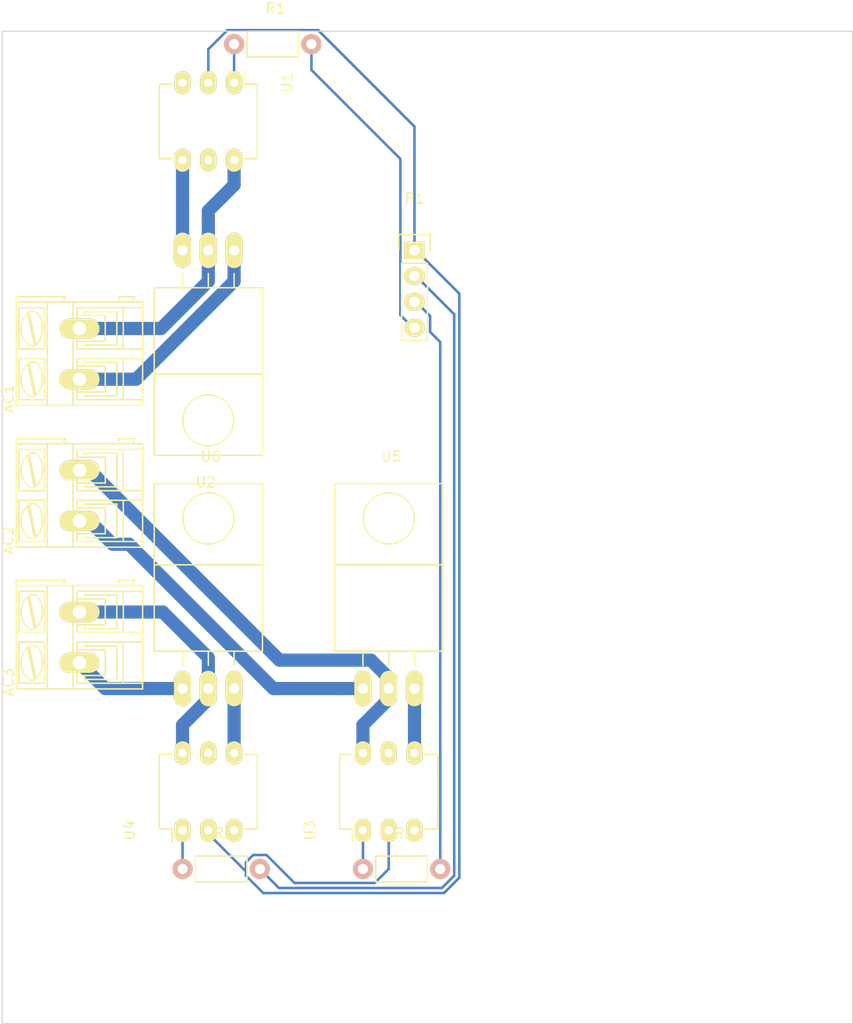
<source format=kicad_pcb>
(kicad_pcb (version 4) (host pcbnew 4.0.2-4+6225~38~ubuntu15.10.1-stable)

  (general
    (links 21)
    (no_connects 0)
    (area 191.95 31.60488 276.910001 133.400001)
    (thickness 1.6)
    (drawings 4)
    (tracks 80)
    (zones 0)
    (modules 13)
    (nets 17)
  )

  (page A4)
  (layers
    (0 F.Cu signal)
    (31 B.Cu signal)
    (32 B.Adhes user)
    (33 F.Adhes user)
    (34 B.Paste user)
    (35 F.Paste user)
    (36 B.SilkS user)
    (37 F.SilkS user)
    (38 B.Mask user)
    (39 F.Mask user)
    (40 Dwgs.User user)
    (41 Cmts.User user)
    (42 Eco1.User user)
    (43 Eco2.User user)
    (44 Edge.Cuts user)
    (45 Margin user)
    (46 B.CrtYd user)
    (47 F.CrtYd user)
    (48 B.Fab user)
    (49 F.Fab user)
  )

  (setup
    (last_trace_width 0.25)
    (user_trace_width 0.25)
    (user_trace_width 1.3)
    (user_trace_width 10)
    (trace_clearance 0.25)
    (zone_clearance 0.508)
    (zone_45_only no)
    (trace_min 0.25)
    (segment_width 0.2)
    (edge_width 0.1)
    (via_size 0.6)
    (via_drill 0.4)
    (via_min_size 0.4)
    (via_min_drill 0.3)
    (uvia_size 0.3)
    (uvia_drill 0.1)
    (uvias_allowed no)
    (uvia_min_size 0.2)
    (uvia_min_drill 0.1)
    (pcb_text_width 0.3)
    (pcb_text_size 1.5 1.5)
    (mod_edge_width 0.15)
    (mod_text_size 1 1)
    (mod_text_width 0.15)
    (pad_size 1.5 1.5)
    (pad_drill 0.6)
    (pad_to_mask_clearance 0)
    (aux_axis_origin 0 0)
    (visible_elements FFFFFF7F)
    (pcbplotparams
      (layerselection 0x00030_80000001)
      (usegerberextensions false)
      (excludeedgelayer true)
      (linewidth 0.100000)
      (plotframeref false)
      (viasonmask false)
      (mode 1)
      (useauxorigin false)
      (hpglpennumber 1)
      (hpglpenspeed 20)
      (hpglpendiameter 15)
      (hpglpenoverlay 2)
      (psnegative false)
      (psa4output false)
      (plotreference true)
      (plotvalue true)
      (plotinvisibletext false)
      (padsonsilk false)
      (subtractmaskfromsilk false)
      (outputformat 1)
      (mirror false)
      (drillshape 1)
      (scaleselection 1)
      (outputdirectory ""))
  )

  (net 0 "")
  (net 1 "Net-(AC1-Pad1)")
  (net 2 "Net-(AC1-Pad2)")
  (net 3 "Net-(AC2-Pad1)")
  (net 4 "Net-(AC2-Pad2)")
  (net 5 "Net-(AC3-Pad1)")
  (net 6 "Net-(AC3-Pad2)")
  (net 7 "Net-(P1-Pad1)")
  (net 8 "Net-(P1-Pad2)")
  (net 9 "Net-(P1-Pad3)")
  (net 10 "Net-(P1-Pad4)")
  (net 11 "Net-(R1-Pad1)")
  (net 12 "Net-(R2-Pad1)")
  (net 13 "Net-(R3-Pad1)")
  (net 14 "Net-(U1-Pad4)")
  (net 15 "Net-(U3-Pad4)")
  (net 16 "Net-(U4-Pad4)")

  (net_class Default "This is the default net class."
    (clearance 0.25)
    (trace_width 0.25)
    (via_dia 0.6)
    (via_drill 0.4)
    (uvia_dia 0.3)
    (uvia_drill 0.1)
    (add_net "Net-(P1-Pad1)")
    (add_net "Net-(P1-Pad2)")
    (add_net "Net-(P1-Pad3)")
    (add_net "Net-(P1-Pad4)")
    (add_net "Net-(R1-Pad1)")
    (add_net "Net-(R2-Pad1)")
    (add_net "Net-(R3-Pad1)")
    (add_net "Net-(U1-Pad4)")
    (add_net "Net-(U3-Pad4)")
    (add_net "Net-(U4-Pad4)")
  )

  (net_class BUS ""
    (clearance 0.8)
    (trace_width 10)
    (via_dia 0.6)
    (via_drill 0.4)
    (uvia_dia 0.3)
    (uvia_drill 0.1)
  )

  (net_class Channel ""
    (clearance 0.4)
    (trace_width 1.3)
    (via_dia 0.6)
    (via_drill 0.4)
    (uvia_dia 0.3)
    (uvia_drill 0.1)
    (add_net "Net-(AC1-Pad1)")
    (add_net "Net-(AC1-Pad2)")
    (add_net "Net-(AC2-Pad1)")
    (add_net "Net-(AC2-Pad2)")
    (add_net "Net-(AC3-Pad1)")
    (add_net "Net-(AC3-Pad2)")
  )

  (module Resistors_ThroughHole:Resistor_Horizontal_RM7mm placed (layer F.Cu) (tedit 569FCF07) (tstamp 56C8DBEC)
    (at 228.6 118.11)
    (descr "Resistor, Axial,  RM 7.62mm, 1/3W,")
    (tags "Resistor Axial RM 7.62mm 1/3W R3")
    (path /56C8EC18)
    (fp_text reference R2 (at 4.05892 -3.50012) (layer F.SilkS)
      (effects (font (size 1 1) (thickness 0.15)))
    )
    (fp_text value 330R (at 3.81 3.81) (layer F.Fab)
      (effects (font (size 1 1) (thickness 0.15)))
    )
    (fp_line (start -1.25 -1.5) (end 8.85 -1.5) (layer F.CrtYd) (width 0.05))
    (fp_line (start -1.25 1.5) (end -1.25 -1.5) (layer F.CrtYd) (width 0.05))
    (fp_line (start 8.85 -1.5) (end 8.85 1.5) (layer F.CrtYd) (width 0.05))
    (fp_line (start -1.25 1.5) (end 8.85 1.5) (layer F.CrtYd) (width 0.05))
    (fp_line (start 1.27 -1.27) (end 6.35 -1.27) (layer F.SilkS) (width 0.15))
    (fp_line (start 6.35 -1.27) (end 6.35 1.27) (layer F.SilkS) (width 0.15))
    (fp_line (start 6.35 1.27) (end 1.27 1.27) (layer F.SilkS) (width 0.15))
    (fp_line (start 1.27 1.27) (end 1.27 -1.27) (layer F.SilkS) (width 0.15))
    (pad 1 thru_hole circle (at 0 0) (size 1.99898 1.99898) (drill 1.00076) (layers *.Cu *.SilkS *.Mask)
      (net 12 "Net-(R2-Pad1)"))
    (pad 2 thru_hole circle (at 7.62 0) (size 1.99898 1.99898) (drill 1.00076) (layers *.Cu *.SilkS *.Mask)
      (net 9 "Net-(P1-Pad3)"))
  )

  (module Housings_DIP:DIP-6_W7.62mm_LongPads placed (layer F.Cu) (tedit 54130A77) (tstamp 56C8DC0E)
    (at 228.6 114.3 90)
    (descr "6-lead dip package, row spacing 7.62 mm (300 mils), longer pads")
    (tags "dil dip 2.54 300")
    (path /56C8EC0C)
    (fp_text reference U3 (at 0 -5.22 90) (layer F.SilkS)
      (effects (font (size 1 1) (thickness 0.15)))
    )
    (fp_text value MOC3023M (at 0 -3.72 90) (layer F.Fab)
      (effects (font (size 1 1) (thickness 0.15)))
    )
    (fp_line (start -1.4 -2.45) (end -1.4 7.55) (layer F.CrtYd) (width 0.05))
    (fp_line (start 9 -2.45) (end 9 7.55) (layer F.CrtYd) (width 0.05))
    (fp_line (start -1.4 -2.45) (end 9 -2.45) (layer F.CrtYd) (width 0.05))
    (fp_line (start -1.4 7.55) (end 9 7.55) (layer F.CrtYd) (width 0.05))
    (fp_line (start 0.135 -2.295) (end 0.135 -1.025) (layer F.SilkS) (width 0.15))
    (fp_line (start 7.485 -2.295) (end 7.485 -1.025) (layer F.SilkS) (width 0.15))
    (fp_line (start 7.485 7.375) (end 7.485 6.105) (layer F.SilkS) (width 0.15))
    (fp_line (start 0.135 7.375) (end 0.135 6.105) (layer F.SilkS) (width 0.15))
    (fp_line (start 0.135 -2.295) (end 7.485 -2.295) (layer F.SilkS) (width 0.15))
    (fp_line (start 0.135 7.375) (end 7.485 7.375) (layer F.SilkS) (width 0.15))
    (fp_line (start 0.135 -1.025) (end -1.15 -1.025) (layer F.SilkS) (width 0.15))
    (pad 1 thru_hole oval (at 0 0 90) (size 2.3 1.6) (drill 0.8) (layers *.Cu *.Mask F.SilkS)
      (net 12 "Net-(R2-Pad1)"))
    (pad 2 thru_hole oval (at 0 2.54 90) (size 2.3 1.6) (drill 0.8) (layers *.Cu *.Mask F.SilkS)
      (net 7 "Net-(P1-Pad1)"))
    (pad 3 thru_hole oval (at 0 5.08 90) (size 2.3 1.6) (drill 0.8) (layers *.Cu *.Mask F.SilkS))
    (pad 4 thru_hole oval (at 7.62 5.08 90) (size 2.3 1.6) (drill 0.8) (layers *.Cu *.Mask F.SilkS)
      (net 15 "Net-(U3-Pad4)"))
    (pad 5 thru_hole oval (at 7.62 2.54 90) (size 2.3 1.6) (drill 0.8) (layers *.Cu *.Mask F.SilkS))
    (pad 6 thru_hole oval (at 7.62 0 90) (size 2.3 1.6) (drill 0.8) (layers *.Cu *.Mask F.SilkS)
      (net 4 "Net-(AC2-Pad2)"))
    (model Housings_DIP.3dshapes/DIP-6_W7.62mm_LongPads.wrl
      (at (xyz 0 0 0))
      (scale (xyz 1 1 1))
      (rotate (xyz 0 0 0))
    )
  )

  (module Pin_Headers:Pin_Header_Straight_1x04 placed (layer F.Cu) (tedit 0) (tstamp 56C8DBE0)
    (at 233.68 57.15)
    (descr "Through hole pin header")
    (tags "pin header")
    (path /56C8EC52)
    (fp_text reference P1 (at 0 -5.1) (layer F.SilkS)
      (effects (font (size 1 1) (thickness 0.15)))
    )
    (fp_text value CONN_01X04 (at 0 -3.1) (layer F.Fab)
      (effects (font (size 1 1) (thickness 0.15)))
    )
    (fp_line (start -1.75 -1.75) (end -1.75 9.4) (layer F.CrtYd) (width 0.05))
    (fp_line (start 1.75 -1.75) (end 1.75 9.4) (layer F.CrtYd) (width 0.05))
    (fp_line (start -1.75 -1.75) (end 1.75 -1.75) (layer F.CrtYd) (width 0.05))
    (fp_line (start -1.75 9.4) (end 1.75 9.4) (layer F.CrtYd) (width 0.05))
    (fp_line (start -1.27 1.27) (end -1.27 8.89) (layer F.SilkS) (width 0.15))
    (fp_line (start 1.27 1.27) (end 1.27 8.89) (layer F.SilkS) (width 0.15))
    (fp_line (start 1.55 -1.55) (end 1.55 0) (layer F.SilkS) (width 0.15))
    (fp_line (start -1.27 8.89) (end 1.27 8.89) (layer F.SilkS) (width 0.15))
    (fp_line (start 1.27 1.27) (end -1.27 1.27) (layer F.SilkS) (width 0.15))
    (fp_line (start -1.55 0) (end -1.55 -1.55) (layer F.SilkS) (width 0.15))
    (fp_line (start -1.55 -1.55) (end 1.55 -1.55) (layer F.SilkS) (width 0.15))
    (pad 1 thru_hole rect (at 0 0) (size 2.032 1.7272) (drill 1.016) (layers *.Cu *.Mask F.SilkS)
      (net 7 "Net-(P1-Pad1)"))
    (pad 2 thru_hole oval (at 0 2.54) (size 2.032 1.7272) (drill 1.016) (layers *.Cu *.Mask F.SilkS)
      (net 8 "Net-(P1-Pad2)"))
    (pad 3 thru_hole oval (at 0 5.08) (size 2.032 1.7272) (drill 1.016) (layers *.Cu *.Mask F.SilkS)
      (net 9 "Net-(P1-Pad3)"))
    (pad 4 thru_hole oval (at 0 7.62) (size 2.032 1.7272) (drill 1.016) (layers *.Cu *.Mask F.SilkS)
      (net 10 "Net-(P1-Pad4)"))
    (model Pin_Headers.3dshapes/Pin_Header_Straight_1x04.wrl
      (at (xyz 0 -0.15 0))
      (scale (xyz 1 1 1))
      (rotate (xyz 0 0 90))
    )
  )

  (module TO_SOT_Packages_THT:TO-220_Neutral123_Horizontal_LargePads (layer F.Cu) (tedit 0) (tstamp 56C8DC20)
    (at 231.14 100.33)
    (descr "TO-220, Neutral, Horizontal, Large Pads,")
    (tags "TO-220, Neutral, Horizontal, Large Pads,")
    (path /56C8EC12)
    (fp_text reference U5 (at 0.24892 -22.84984) (layer F.SilkS)
      (effects (font (size 1 1) (thickness 0.15)))
    )
    (fp_text value TRIAC (at -0.20066 4.24942) (layer F.Fab)
      (effects (font (size 1 1) (thickness 0.15)))
    )
    (fp_line (start -2.54 -3.683) (end -2.54 -2.286) (layer F.SilkS) (width 0.15))
    (fp_line (start 0 -3.683) (end 0 -2.286) (layer F.SilkS) (width 0.15))
    (fp_line (start 2.54 -3.683) (end 2.54 -2.286) (layer F.SilkS) (width 0.15))
    (fp_circle (center 0 -16.764) (end 1.778 -14.986) (layer F.SilkS) (width 0.15))
    (fp_line (start 5.334 -12.192) (end 5.334 -20.193) (layer F.SilkS) (width 0.15))
    (fp_line (start 5.334 -20.193) (end -5.334 -20.193) (layer F.SilkS) (width 0.15))
    (fp_line (start -5.334 -20.193) (end -5.334 -12.192) (layer F.SilkS) (width 0.15))
    (fp_line (start 5.334 -3.683) (end 5.334 -12.192) (layer F.SilkS) (width 0.15))
    (fp_line (start 5.334 -12.192) (end -5.334 -12.192) (layer F.SilkS) (width 0.15))
    (fp_line (start -5.334 -12.192) (end -5.334 -3.683) (layer F.SilkS) (width 0.15))
    (fp_line (start 0 -3.683) (end -5.334 -3.683) (layer F.SilkS) (width 0.15))
    (fp_line (start 0 -3.683) (end 5.334 -3.683) (layer F.SilkS) (width 0.15))
    (pad 2 thru_hole oval (at 0 0 90) (size 3.50012 1.69926) (drill 1.00076) (layers *.Cu *.Mask F.SilkS)
      (net 4 "Net-(AC2-Pad2)"))
    (pad 1 thru_hole oval (at -2.54 0 90) (size 3.50012 1.69926) (drill 1.00076) (layers *.Cu *.Mask F.SilkS)
      (net 3 "Net-(AC2-Pad1)"))
    (pad 3 thru_hole oval (at 2.54 0 90) (size 3.50012 1.69926) (drill 1.00076) (layers *.Cu *.Mask F.SilkS)
      (net 15 "Net-(U3-Pad4)"))
    (pad "" np_thru_hole circle (at 0 -16.764 90) (size 3.79984 3.79984) (drill 3.79984) (layers *.Cu *.Mask F.SilkS))
    (model TO_SOT_Packages_THT.3dshapes/TO-220_Neutral123_Horizontal_LargePads.wrl
      (at (xyz 0 0 0))
      (scale (xyz 0.3937 0.3937 0.3937))
      (rotate (xyz 0 0 0))
    )
  )

  (module Connect:AK300-2 placed (layer F.Cu) (tedit 54792136) (tstamp 56C8DBCC)
    (at 200.66 69.85 90)
    (descr CONNECTOR)
    (tags CONNECTOR)
    (path /56B658A9)
    (attr virtual)
    (fp_text reference AC1 (at -1.92 -6.985 90) (layer F.SilkS)
      (effects (font (size 1 1) (thickness 0.15)))
    )
    (fp_text value CONN_01X02 (at 2.779 7.747 90) (layer F.Fab)
      (effects (font (size 1 1) (thickness 0.15)))
    )
    (fp_line (start 8.363 -6.473) (end -2.83 -6.473) (layer F.CrtYd) (width 0.05))
    (fp_line (start 8.363 6.473) (end 8.363 -6.473) (layer F.CrtYd) (width 0.05))
    (fp_line (start -2.83 6.473) (end 8.363 6.473) (layer F.CrtYd) (width 0.05))
    (fp_line (start -2.83 -6.473) (end -2.83 6.473) (layer F.CrtYd) (width 0.05))
    (fp_line (start -1.2596 2.54) (end 1.2804 2.54) (layer F.SilkS) (width 0.15))
    (fp_line (start 1.2804 2.54) (end 1.2804 -0.254) (layer F.SilkS) (width 0.15))
    (fp_line (start -1.2596 -0.254) (end 1.2804 -0.254) (layer F.SilkS) (width 0.15))
    (fp_line (start -1.2596 2.54) (end -1.2596 -0.254) (layer F.SilkS) (width 0.15))
    (fp_line (start 3.7442 2.54) (end 6.2842 2.54) (layer F.SilkS) (width 0.15))
    (fp_line (start 6.2842 2.54) (end 6.2842 -0.254) (layer F.SilkS) (width 0.15))
    (fp_line (start 3.7442 -0.254) (end 6.2842 -0.254) (layer F.SilkS) (width 0.15))
    (fp_line (start 3.7442 2.54) (end 3.7442 -0.254) (layer F.SilkS) (width 0.15))
    (fp_line (start 7.605 -6.223) (end 7.605 -3.175) (layer F.SilkS) (width 0.15))
    (fp_line (start 7.605 -6.223) (end -2.58 -6.223) (layer F.SilkS) (width 0.15))
    (fp_line (start 7.605 -6.223) (end 8.113 -6.223) (layer F.SilkS) (width 0.15))
    (fp_line (start 8.113 -6.223) (end 8.113 -1.397) (layer F.SilkS) (width 0.15))
    (fp_line (start 8.113 -1.397) (end 7.605 -1.651) (layer F.SilkS) (width 0.15))
    (fp_line (start 8.113 5.461) (end 7.605 5.207) (layer F.SilkS) (width 0.15))
    (fp_line (start 7.605 5.207) (end 7.605 6.223) (layer F.SilkS) (width 0.15))
    (fp_line (start 8.113 3.81) (end 7.605 4.064) (layer F.SilkS) (width 0.15))
    (fp_line (start 7.605 4.064) (end 7.605 5.207) (layer F.SilkS) (width 0.15))
    (fp_line (start 8.113 3.81) (end 8.113 5.461) (layer F.SilkS) (width 0.15))
    (fp_line (start 2.9822 6.223) (end 2.9822 4.318) (layer F.SilkS) (width 0.15))
    (fp_line (start 7.0462 -0.254) (end 7.0462 4.318) (layer F.SilkS) (width 0.15))
    (fp_line (start 2.9822 6.223) (end 7.0462 6.223) (layer F.SilkS) (width 0.15))
    (fp_line (start 7.0462 6.223) (end 7.605 6.223) (layer F.SilkS) (width 0.15))
    (fp_line (start 2.0424 6.223) (end 2.0424 4.318) (layer F.SilkS) (width 0.15))
    (fp_line (start 2.0424 6.223) (end 2.9822 6.223) (layer F.SilkS) (width 0.15))
    (fp_line (start -2.0216 -0.254) (end -2.0216 4.318) (layer F.SilkS) (width 0.15))
    (fp_line (start -2.58 6.223) (end -2.0216 6.223) (layer F.SilkS) (width 0.15))
    (fp_line (start -2.0216 6.223) (end 2.0424 6.223) (layer F.SilkS) (width 0.15))
    (fp_line (start 2.9822 4.318) (end 7.0462 4.318) (layer F.SilkS) (width 0.15))
    (fp_line (start 2.9822 4.318) (end 2.9822 -0.254) (layer F.SilkS) (width 0.15))
    (fp_line (start 7.0462 4.318) (end 7.0462 6.223) (layer F.SilkS) (width 0.15))
    (fp_line (start 2.0424 4.318) (end -2.0216 4.318) (layer F.SilkS) (width 0.15))
    (fp_line (start 2.0424 4.318) (end 2.0424 -0.254) (layer F.SilkS) (width 0.15))
    (fp_line (start -2.0216 4.318) (end -2.0216 6.223) (layer F.SilkS) (width 0.15))
    (fp_line (start 6.6652 3.683) (end 6.6652 0.508) (layer F.SilkS) (width 0.15))
    (fp_line (start 6.6652 3.683) (end 3.3632 3.683) (layer F.SilkS) (width 0.15))
    (fp_line (start 3.3632 3.683) (end 3.3632 0.508) (layer F.SilkS) (width 0.15))
    (fp_line (start 1.6614 3.683) (end 1.6614 0.508) (layer F.SilkS) (width 0.15))
    (fp_line (start 1.6614 3.683) (end -1.6406 3.683) (layer F.SilkS) (width 0.15))
    (fp_line (start -1.6406 3.683) (end -1.6406 0.508) (layer F.SilkS) (width 0.15))
    (fp_line (start -1.6406 0.508) (end -1.2596 0.508) (layer F.SilkS) (width 0.15))
    (fp_line (start 1.6614 0.508) (end 1.2804 0.508) (layer F.SilkS) (width 0.15))
    (fp_line (start 3.3632 0.508) (end 3.7442 0.508) (layer F.SilkS) (width 0.15))
    (fp_line (start 6.6652 0.508) (end 6.2842 0.508) (layer F.SilkS) (width 0.15))
    (fp_line (start -2.58 6.223) (end -2.58 -0.635) (layer F.SilkS) (width 0.15))
    (fp_line (start -2.58 -0.635) (end -2.58 -3.175) (layer F.SilkS) (width 0.15))
    (fp_line (start 7.605 -1.651) (end 7.605 -0.635) (layer F.SilkS) (width 0.15))
    (fp_line (start 7.605 -0.635) (end 7.605 4.064) (layer F.SilkS) (width 0.15))
    (fp_line (start -2.58 -3.175) (end 7.605 -3.175) (layer F.SilkS) (width 0.15))
    (fp_line (start -2.58 -3.175) (end -2.58 -6.223) (layer F.SilkS) (width 0.15))
    (fp_line (start 7.605 -3.175) (end 7.605 -1.651) (layer F.SilkS) (width 0.15))
    (fp_line (start 2.9822 -3.429) (end 2.9822 -5.969) (layer F.SilkS) (width 0.15))
    (fp_line (start 2.9822 -5.969) (end 7.0462 -5.969) (layer F.SilkS) (width 0.15))
    (fp_line (start 7.0462 -5.969) (end 7.0462 -3.429) (layer F.SilkS) (width 0.15))
    (fp_line (start 7.0462 -3.429) (end 2.9822 -3.429) (layer F.SilkS) (width 0.15))
    (fp_line (start 2.0424 -3.429) (end 2.0424 -5.969) (layer F.SilkS) (width 0.15))
    (fp_line (start 2.0424 -3.429) (end -2.0216 -3.429) (layer F.SilkS) (width 0.15))
    (fp_line (start -2.0216 -3.429) (end -2.0216 -5.969) (layer F.SilkS) (width 0.15))
    (fp_line (start 2.0424 -5.969) (end -2.0216 -5.969) (layer F.SilkS) (width 0.15))
    (fp_line (start 3.3886 -4.445) (end 6.4366 -5.08) (layer F.SilkS) (width 0.15))
    (fp_line (start 3.5156 -4.318) (end 6.5636 -4.953) (layer F.SilkS) (width 0.15))
    (fp_line (start -1.6152 -4.445) (end 1.43534 -5.08) (layer F.SilkS) (width 0.15))
    (fp_line (start -1.4882 -4.318) (end 1.5598 -4.953) (layer F.SilkS) (width 0.15))
    (fp_line (start -2.0216 -0.254) (end -1.6406 -0.254) (layer F.SilkS) (width 0.15))
    (fp_line (start 2.0424 -0.254) (end 1.6614 -0.254) (layer F.SilkS) (width 0.15))
    (fp_line (start 1.6614 -0.254) (end -1.6406 -0.254) (layer F.SilkS) (width 0.15))
    (fp_line (start -2.58 -0.635) (end -1.6406 -0.635) (layer F.SilkS) (width 0.15))
    (fp_line (start -1.6406 -0.635) (end 1.6614 -0.635) (layer F.SilkS) (width 0.15))
    (fp_line (start 1.6614 -0.635) (end 3.3632 -0.635) (layer F.SilkS) (width 0.15))
    (fp_line (start 7.605 -0.635) (end 6.6652 -0.635) (layer F.SilkS) (width 0.15))
    (fp_line (start 6.6652 -0.635) (end 3.3632 -0.635) (layer F.SilkS) (width 0.15))
    (fp_line (start 7.0462 -0.254) (end 6.6652 -0.254) (layer F.SilkS) (width 0.15))
    (fp_line (start 2.9822 -0.254) (end 3.3632 -0.254) (layer F.SilkS) (width 0.15))
    (fp_line (start 3.3632 -0.254) (end 6.6652 -0.254) (layer F.SilkS) (width 0.15))
    (fp_arc (start 6.0302 -4.59486) (end 6.53566 -5.05206) (angle 90.5) (layer F.SilkS) (width 0.15))
    (fp_arc (start 5.065 -6.0706) (end 6.52804 -4.11734) (angle 75.5) (layer F.SilkS) (width 0.15))
    (fp_arc (start 4.98626 -3.7084) (end 3.3886 -5.0038) (angle 100) (layer F.SilkS) (width 0.15))
    (fp_arc (start 3.8712 -4.64566) (end 3.58164 -4.1275) (angle 104.2) (layer F.SilkS) (width 0.15))
    (fp_arc (start 1.0264 -4.59486) (end 1.5344 -5.05206) (angle 90.5) (layer F.SilkS) (width 0.15))
    (fp_arc (start 0.06374 -6.0706) (end 1.52678 -4.11734) (angle 75.5) (layer F.SilkS) (width 0.15))
    (fp_arc (start -0.01246 -3.7084) (end -1.6152 -5.0038) (angle 100) (layer F.SilkS) (width 0.15))
    (fp_arc (start -1.1326 -4.64566) (end -1.41962 -4.1275) (angle 104.2) (layer F.SilkS) (width 0.15))
    (pad 1 thru_hole oval (at 0 0 90) (size 1.9812 3.9624) (drill 1.3208) (layers *.Cu F.Paste F.SilkS F.Mask)
      (net 1 "Net-(AC1-Pad1)"))
    (pad 2 thru_hole oval (at 5 0 90) (size 1.9812 3.9624) (drill 1.3208) (layers *.Cu F.Paste F.SilkS F.Mask)
      (net 2 "Net-(AC1-Pad2)"))
  )

  (module Connect:AK300-2 placed (layer F.Cu) (tedit 54792136) (tstamp 56C8DBD2)
    (at 200.66 83.82 90)
    (descr CONNECTOR)
    (tags CONNECTOR)
    (path /56C8EC1E)
    (attr virtual)
    (fp_text reference AC2 (at -1.92 -6.985 90) (layer F.SilkS)
      (effects (font (size 1 1) (thickness 0.15)))
    )
    (fp_text value CONN_01X02 (at 2.779 7.747 90) (layer F.Fab)
      (effects (font (size 1 1) (thickness 0.15)))
    )
    (fp_line (start 8.363 -6.473) (end -2.83 -6.473) (layer F.CrtYd) (width 0.05))
    (fp_line (start 8.363 6.473) (end 8.363 -6.473) (layer F.CrtYd) (width 0.05))
    (fp_line (start -2.83 6.473) (end 8.363 6.473) (layer F.CrtYd) (width 0.05))
    (fp_line (start -2.83 -6.473) (end -2.83 6.473) (layer F.CrtYd) (width 0.05))
    (fp_line (start -1.2596 2.54) (end 1.2804 2.54) (layer F.SilkS) (width 0.15))
    (fp_line (start 1.2804 2.54) (end 1.2804 -0.254) (layer F.SilkS) (width 0.15))
    (fp_line (start -1.2596 -0.254) (end 1.2804 -0.254) (layer F.SilkS) (width 0.15))
    (fp_line (start -1.2596 2.54) (end -1.2596 -0.254) (layer F.SilkS) (width 0.15))
    (fp_line (start 3.7442 2.54) (end 6.2842 2.54) (layer F.SilkS) (width 0.15))
    (fp_line (start 6.2842 2.54) (end 6.2842 -0.254) (layer F.SilkS) (width 0.15))
    (fp_line (start 3.7442 -0.254) (end 6.2842 -0.254) (layer F.SilkS) (width 0.15))
    (fp_line (start 3.7442 2.54) (end 3.7442 -0.254) (layer F.SilkS) (width 0.15))
    (fp_line (start 7.605 -6.223) (end 7.605 -3.175) (layer F.SilkS) (width 0.15))
    (fp_line (start 7.605 -6.223) (end -2.58 -6.223) (layer F.SilkS) (width 0.15))
    (fp_line (start 7.605 -6.223) (end 8.113 -6.223) (layer F.SilkS) (width 0.15))
    (fp_line (start 8.113 -6.223) (end 8.113 -1.397) (layer F.SilkS) (width 0.15))
    (fp_line (start 8.113 -1.397) (end 7.605 -1.651) (layer F.SilkS) (width 0.15))
    (fp_line (start 8.113 5.461) (end 7.605 5.207) (layer F.SilkS) (width 0.15))
    (fp_line (start 7.605 5.207) (end 7.605 6.223) (layer F.SilkS) (width 0.15))
    (fp_line (start 8.113 3.81) (end 7.605 4.064) (layer F.SilkS) (width 0.15))
    (fp_line (start 7.605 4.064) (end 7.605 5.207) (layer F.SilkS) (width 0.15))
    (fp_line (start 8.113 3.81) (end 8.113 5.461) (layer F.SilkS) (width 0.15))
    (fp_line (start 2.9822 6.223) (end 2.9822 4.318) (layer F.SilkS) (width 0.15))
    (fp_line (start 7.0462 -0.254) (end 7.0462 4.318) (layer F.SilkS) (width 0.15))
    (fp_line (start 2.9822 6.223) (end 7.0462 6.223) (layer F.SilkS) (width 0.15))
    (fp_line (start 7.0462 6.223) (end 7.605 6.223) (layer F.SilkS) (width 0.15))
    (fp_line (start 2.0424 6.223) (end 2.0424 4.318) (layer F.SilkS) (width 0.15))
    (fp_line (start 2.0424 6.223) (end 2.9822 6.223) (layer F.SilkS) (width 0.15))
    (fp_line (start -2.0216 -0.254) (end -2.0216 4.318) (layer F.SilkS) (width 0.15))
    (fp_line (start -2.58 6.223) (end -2.0216 6.223) (layer F.SilkS) (width 0.15))
    (fp_line (start -2.0216 6.223) (end 2.0424 6.223) (layer F.SilkS) (width 0.15))
    (fp_line (start 2.9822 4.318) (end 7.0462 4.318) (layer F.SilkS) (width 0.15))
    (fp_line (start 2.9822 4.318) (end 2.9822 -0.254) (layer F.SilkS) (width 0.15))
    (fp_line (start 7.0462 4.318) (end 7.0462 6.223) (layer F.SilkS) (width 0.15))
    (fp_line (start 2.0424 4.318) (end -2.0216 4.318) (layer F.SilkS) (width 0.15))
    (fp_line (start 2.0424 4.318) (end 2.0424 -0.254) (layer F.SilkS) (width 0.15))
    (fp_line (start -2.0216 4.318) (end -2.0216 6.223) (layer F.SilkS) (width 0.15))
    (fp_line (start 6.6652 3.683) (end 6.6652 0.508) (layer F.SilkS) (width 0.15))
    (fp_line (start 6.6652 3.683) (end 3.3632 3.683) (layer F.SilkS) (width 0.15))
    (fp_line (start 3.3632 3.683) (end 3.3632 0.508) (layer F.SilkS) (width 0.15))
    (fp_line (start 1.6614 3.683) (end 1.6614 0.508) (layer F.SilkS) (width 0.15))
    (fp_line (start 1.6614 3.683) (end -1.6406 3.683) (layer F.SilkS) (width 0.15))
    (fp_line (start -1.6406 3.683) (end -1.6406 0.508) (layer F.SilkS) (width 0.15))
    (fp_line (start -1.6406 0.508) (end -1.2596 0.508) (layer F.SilkS) (width 0.15))
    (fp_line (start 1.6614 0.508) (end 1.2804 0.508) (layer F.SilkS) (width 0.15))
    (fp_line (start 3.3632 0.508) (end 3.7442 0.508) (layer F.SilkS) (width 0.15))
    (fp_line (start 6.6652 0.508) (end 6.2842 0.508) (layer F.SilkS) (width 0.15))
    (fp_line (start -2.58 6.223) (end -2.58 -0.635) (layer F.SilkS) (width 0.15))
    (fp_line (start -2.58 -0.635) (end -2.58 -3.175) (layer F.SilkS) (width 0.15))
    (fp_line (start 7.605 -1.651) (end 7.605 -0.635) (layer F.SilkS) (width 0.15))
    (fp_line (start 7.605 -0.635) (end 7.605 4.064) (layer F.SilkS) (width 0.15))
    (fp_line (start -2.58 -3.175) (end 7.605 -3.175) (layer F.SilkS) (width 0.15))
    (fp_line (start -2.58 -3.175) (end -2.58 -6.223) (layer F.SilkS) (width 0.15))
    (fp_line (start 7.605 -3.175) (end 7.605 -1.651) (layer F.SilkS) (width 0.15))
    (fp_line (start 2.9822 -3.429) (end 2.9822 -5.969) (layer F.SilkS) (width 0.15))
    (fp_line (start 2.9822 -5.969) (end 7.0462 -5.969) (layer F.SilkS) (width 0.15))
    (fp_line (start 7.0462 -5.969) (end 7.0462 -3.429) (layer F.SilkS) (width 0.15))
    (fp_line (start 7.0462 -3.429) (end 2.9822 -3.429) (layer F.SilkS) (width 0.15))
    (fp_line (start 2.0424 -3.429) (end 2.0424 -5.969) (layer F.SilkS) (width 0.15))
    (fp_line (start 2.0424 -3.429) (end -2.0216 -3.429) (layer F.SilkS) (width 0.15))
    (fp_line (start -2.0216 -3.429) (end -2.0216 -5.969) (layer F.SilkS) (width 0.15))
    (fp_line (start 2.0424 -5.969) (end -2.0216 -5.969) (layer F.SilkS) (width 0.15))
    (fp_line (start 3.3886 -4.445) (end 6.4366 -5.08) (layer F.SilkS) (width 0.15))
    (fp_line (start 3.5156 -4.318) (end 6.5636 -4.953) (layer F.SilkS) (width 0.15))
    (fp_line (start -1.6152 -4.445) (end 1.43534 -5.08) (layer F.SilkS) (width 0.15))
    (fp_line (start -1.4882 -4.318) (end 1.5598 -4.953) (layer F.SilkS) (width 0.15))
    (fp_line (start -2.0216 -0.254) (end -1.6406 -0.254) (layer F.SilkS) (width 0.15))
    (fp_line (start 2.0424 -0.254) (end 1.6614 -0.254) (layer F.SilkS) (width 0.15))
    (fp_line (start 1.6614 -0.254) (end -1.6406 -0.254) (layer F.SilkS) (width 0.15))
    (fp_line (start -2.58 -0.635) (end -1.6406 -0.635) (layer F.SilkS) (width 0.15))
    (fp_line (start -1.6406 -0.635) (end 1.6614 -0.635) (layer F.SilkS) (width 0.15))
    (fp_line (start 1.6614 -0.635) (end 3.3632 -0.635) (layer F.SilkS) (width 0.15))
    (fp_line (start 7.605 -0.635) (end 6.6652 -0.635) (layer F.SilkS) (width 0.15))
    (fp_line (start 6.6652 -0.635) (end 3.3632 -0.635) (layer F.SilkS) (width 0.15))
    (fp_line (start 7.0462 -0.254) (end 6.6652 -0.254) (layer F.SilkS) (width 0.15))
    (fp_line (start 2.9822 -0.254) (end 3.3632 -0.254) (layer F.SilkS) (width 0.15))
    (fp_line (start 3.3632 -0.254) (end 6.6652 -0.254) (layer F.SilkS) (width 0.15))
    (fp_arc (start 6.0302 -4.59486) (end 6.53566 -5.05206) (angle 90.5) (layer F.SilkS) (width 0.15))
    (fp_arc (start 5.065 -6.0706) (end 6.52804 -4.11734) (angle 75.5) (layer F.SilkS) (width 0.15))
    (fp_arc (start 4.98626 -3.7084) (end 3.3886 -5.0038) (angle 100) (layer F.SilkS) (width 0.15))
    (fp_arc (start 3.8712 -4.64566) (end 3.58164 -4.1275) (angle 104.2) (layer F.SilkS) (width 0.15))
    (fp_arc (start 1.0264 -4.59486) (end 1.5344 -5.05206) (angle 90.5) (layer F.SilkS) (width 0.15))
    (fp_arc (start 0.06374 -6.0706) (end 1.52678 -4.11734) (angle 75.5) (layer F.SilkS) (width 0.15))
    (fp_arc (start -0.01246 -3.7084) (end -1.6152 -5.0038) (angle 100) (layer F.SilkS) (width 0.15))
    (fp_arc (start -1.1326 -4.64566) (end -1.41962 -4.1275) (angle 104.2) (layer F.SilkS) (width 0.15))
    (pad 1 thru_hole oval (at 0 0 90) (size 1.9812 3.9624) (drill 1.3208) (layers *.Cu F.Paste F.SilkS F.Mask)
      (net 3 "Net-(AC2-Pad1)"))
    (pad 2 thru_hole oval (at 5 0 90) (size 1.9812 3.9624) (drill 1.3208) (layers *.Cu F.Paste F.SilkS F.Mask)
      (net 4 "Net-(AC2-Pad2)"))
  )

  (module Connect:AK300-2 placed (layer F.Cu) (tedit 54792136) (tstamp 56C8DBD8)
    (at 200.66 97.79 90)
    (descr CONNECTOR)
    (tags CONNECTOR)
    (path /56C8E5F2)
    (attr virtual)
    (fp_text reference AC3 (at -1.92 -6.985 90) (layer F.SilkS)
      (effects (font (size 1 1) (thickness 0.15)))
    )
    (fp_text value CONN_01X02 (at 2.779 7.747 90) (layer F.Fab)
      (effects (font (size 1 1) (thickness 0.15)))
    )
    (fp_line (start 8.363 -6.473) (end -2.83 -6.473) (layer F.CrtYd) (width 0.05))
    (fp_line (start 8.363 6.473) (end 8.363 -6.473) (layer F.CrtYd) (width 0.05))
    (fp_line (start -2.83 6.473) (end 8.363 6.473) (layer F.CrtYd) (width 0.05))
    (fp_line (start -2.83 -6.473) (end -2.83 6.473) (layer F.CrtYd) (width 0.05))
    (fp_line (start -1.2596 2.54) (end 1.2804 2.54) (layer F.SilkS) (width 0.15))
    (fp_line (start 1.2804 2.54) (end 1.2804 -0.254) (layer F.SilkS) (width 0.15))
    (fp_line (start -1.2596 -0.254) (end 1.2804 -0.254) (layer F.SilkS) (width 0.15))
    (fp_line (start -1.2596 2.54) (end -1.2596 -0.254) (layer F.SilkS) (width 0.15))
    (fp_line (start 3.7442 2.54) (end 6.2842 2.54) (layer F.SilkS) (width 0.15))
    (fp_line (start 6.2842 2.54) (end 6.2842 -0.254) (layer F.SilkS) (width 0.15))
    (fp_line (start 3.7442 -0.254) (end 6.2842 -0.254) (layer F.SilkS) (width 0.15))
    (fp_line (start 3.7442 2.54) (end 3.7442 -0.254) (layer F.SilkS) (width 0.15))
    (fp_line (start 7.605 -6.223) (end 7.605 -3.175) (layer F.SilkS) (width 0.15))
    (fp_line (start 7.605 -6.223) (end -2.58 -6.223) (layer F.SilkS) (width 0.15))
    (fp_line (start 7.605 -6.223) (end 8.113 -6.223) (layer F.SilkS) (width 0.15))
    (fp_line (start 8.113 -6.223) (end 8.113 -1.397) (layer F.SilkS) (width 0.15))
    (fp_line (start 8.113 -1.397) (end 7.605 -1.651) (layer F.SilkS) (width 0.15))
    (fp_line (start 8.113 5.461) (end 7.605 5.207) (layer F.SilkS) (width 0.15))
    (fp_line (start 7.605 5.207) (end 7.605 6.223) (layer F.SilkS) (width 0.15))
    (fp_line (start 8.113 3.81) (end 7.605 4.064) (layer F.SilkS) (width 0.15))
    (fp_line (start 7.605 4.064) (end 7.605 5.207) (layer F.SilkS) (width 0.15))
    (fp_line (start 8.113 3.81) (end 8.113 5.461) (layer F.SilkS) (width 0.15))
    (fp_line (start 2.9822 6.223) (end 2.9822 4.318) (layer F.SilkS) (width 0.15))
    (fp_line (start 7.0462 -0.254) (end 7.0462 4.318) (layer F.SilkS) (width 0.15))
    (fp_line (start 2.9822 6.223) (end 7.0462 6.223) (layer F.SilkS) (width 0.15))
    (fp_line (start 7.0462 6.223) (end 7.605 6.223) (layer F.SilkS) (width 0.15))
    (fp_line (start 2.0424 6.223) (end 2.0424 4.318) (layer F.SilkS) (width 0.15))
    (fp_line (start 2.0424 6.223) (end 2.9822 6.223) (layer F.SilkS) (width 0.15))
    (fp_line (start -2.0216 -0.254) (end -2.0216 4.318) (layer F.SilkS) (width 0.15))
    (fp_line (start -2.58 6.223) (end -2.0216 6.223) (layer F.SilkS) (width 0.15))
    (fp_line (start -2.0216 6.223) (end 2.0424 6.223) (layer F.SilkS) (width 0.15))
    (fp_line (start 2.9822 4.318) (end 7.0462 4.318) (layer F.SilkS) (width 0.15))
    (fp_line (start 2.9822 4.318) (end 2.9822 -0.254) (layer F.SilkS) (width 0.15))
    (fp_line (start 7.0462 4.318) (end 7.0462 6.223) (layer F.SilkS) (width 0.15))
    (fp_line (start 2.0424 4.318) (end -2.0216 4.318) (layer F.SilkS) (width 0.15))
    (fp_line (start 2.0424 4.318) (end 2.0424 -0.254) (layer F.SilkS) (width 0.15))
    (fp_line (start -2.0216 4.318) (end -2.0216 6.223) (layer F.SilkS) (width 0.15))
    (fp_line (start 6.6652 3.683) (end 6.6652 0.508) (layer F.SilkS) (width 0.15))
    (fp_line (start 6.6652 3.683) (end 3.3632 3.683) (layer F.SilkS) (width 0.15))
    (fp_line (start 3.3632 3.683) (end 3.3632 0.508) (layer F.SilkS) (width 0.15))
    (fp_line (start 1.6614 3.683) (end 1.6614 0.508) (layer F.SilkS) (width 0.15))
    (fp_line (start 1.6614 3.683) (end -1.6406 3.683) (layer F.SilkS) (width 0.15))
    (fp_line (start -1.6406 3.683) (end -1.6406 0.508) (layer F.SilkS) (width 0.15))
    (fp_line (start -1.6406 0.508) (end -1.2596 0.508) (layer F.SilkS) (width 0.15))
    (fp_line (start 1.6614 0.508) (end 1.2804 0.508) (layer F.SilkS) (width 0.15))
    (fp_line (start 3.3632 0.508) (end 3.7442 0.508) (layer F.SilkS) (width 0.15))
    (fp_line (start 6.6652 0.508) (end 6.2842 0.508) (layer F.SilkS) (width 0.15))
    (fp_line (start -2.58 6.223) (end -2.58 -0.635) (layer F.SilkS) (width 0.15))
    (fp_line (start -2.58 -0.635) (end -2.58 -3.175) (layer F.SilkS) (width 0.15))
    (fp_line (start 7.605 -1.651) (end 7.605 -0.635) (layer F.SilkS) (width 0.15))
    (fp_line (start 7.605 -0.635) (end 7.605 4.064) (layer F.SilkS) (width 0.15))
    (fp_line (start -2.58 -3.175) (end 7.605 -3.175) (layer F.SilkS) (width 0.15))
    (fp_line (start -2.58 -3.175) (end -2.58 -6.223) (layer F.SilkS) (width 0.15))
    (fp_line (start 7.605 -3.175) (end 7.605 -1.651) (layer F.SilkS) (width 0.15))
    (fp_line (start 2.9822 -3.429) (end 2.9822 -5.969) (layer F.SilkS) (width 0.15))
    (fp_line (start 2.9822 -5.969) (end 7.0462 -5.969) (layer F.SilkS) (width 0.15))
    (fp_line (start 7.0462 -5.969) (end 7.0462 -3.429) (layer F.SilkS) (width 0.15))
    (fp_line (start 7.0462 -3.429) (end 2.9822 -3.429) (layer F.SilkS) (width 0.15))
    (fp_line (start 2.0424 -3.429) (end 2.0424 -5.969) (layer F.SilkS) (width 0.15))
    (fp_line (start 2.0424 -3.429) (end -2.0216 -3.429) (layer F.SilkS) (width 0.15))
    (fp_line (start -2.0216 -3.429) (end -2.0216 -5.969) (layer F.SilkS) (width 0.15))
    (fp_line (start 2.0424 -5.969) (end -2.0216 -5.969) (layer F.SilkS) (width 0.15))
    (fp_line (start 3.3886 -4.445) (end 6.4366 -5.08) (layer F.SilkS) (width 0.15))
    (fp_line (start 3.5156 -4.318) (end 6.5636 -4.953) (layer F.SilkS) (width 0.15))
    (fp_line (start -1.6152 -4.445) (end 1.43534 -5.08) (layer F.SilkS) (width 0.15))
    (fp_line (start -1.4882 -4.318) (end 1.5598 -4.953) (layer F.SilkS) (width 0.15))
    (fp_line (start -2.0216 -0.254) (end -1.6406 -0.254) (layer F.SilkS) (width 0.15))
    (fp_line (start 2.0424 -0.254) (end 1.6614 -0.254) (layer F.SilkS) (width 0.15))
    (fp_line (start 1.6614 -0.254) (end -1.6406 -0.254) (layer F.SilkS) (width 0.15))
    (fp_line (start -2.58 -0.635) (end -1.6406 -0.635) (layer F.SilkS) (width 0.15))
    (fp_line (start -1.6406 -0.635) (end 1.6614 -0.635) (layer F.SilkS) (width 0.15))
    (fp_line (start 1.6614 -0.635) (end 3.3632 -0.635) (layer F.SilkS) (width 0.15))
    (fp_line (start 7.605 -0.635) (end 6.6652 -0.635) (layer F.SilkS) (width 0.15))
    (fp_line (start 6.6652 -0.635) (end 3.3632 -0.635) (layer F.SilkS) (width 0.15))
    (fp_line (start 7.0462 -0.254) (end 6.6652 -0.254) (layer F.SilkS) (width 0.15))
    (fp_line (start 2.9822 -0.254) (end 3.3632 -0.254) (layer F.SilkS) (width 0.15))
    (fp_line (start 3.3632 -0.254) (end 6.6652 -0.254) (layer F.SilkS) (width 0.15))
    (fp_arc (start 6.0302 -4.59486) (end 6.53566 -5.05206) (angle 90.5) (layer F.SilkS) (width 0.15))
    (fp_arc (start 5.065 -6.0706) (end 6.52804 -4.11734) (angle 75.5) (layer F.SilkS) (width 0.15))
    (fp_arc (start 4.98626 -3.7084) (end 3.3886 -5.0038) (angle 100) (layer F.SilkS) (width 0.15))
    (fp_arc (start 3.8712 -4.64566) (end 3.58164 -4.1275) (angle 104.2) (layer F.SilkS) (width 0.15))
    (fp_arc (start 1.0264 -4.59486) (end 1.5344 -5.05206) (angle 90.5) (layer F.SilkS) (width 0.15))
    (fp_arc (start 0.06374 -6.0706) (end 1.52678 -4.11734) (angle 75.5) (layer F.SilkS) (width 0.15))
    (fp_arc (start -0.01246 -3.7084) (end -1.6152 -5.0038) (angle 100) (layer F.SilkS) (width 0.15))
    (fp_arc (start -1.1326 -4.64566) (end -1.41962 -4.1275) (angle 104.2) (layer F.SilkS) (width 0.15))
    (pad 1 thru_hole oval (at 0 0 90) (size 1.9812 3.9624) (drill 1.3208) (layers *.Cu F.Paste F.SilkS F.Mask)
      (net 5 "Net-(AC3-Pad1)"))
    (pad 2 thru_hole oval (at 5 0 90) (size 1.9812 3.9624) (drill 1.3208) (layers *.Cu F.Paste F.SilkS F.Mask)
      (net 6 "Net-(AC3-Pad2)"))
  )

  (module Resistors_ThroughHole:Resistor_Horizontal_RM7mm placed (layer F.Cu) (tedit 569FCF07) (tstamp 56C8DBE6)
    (at 215.9 36.83)
    (descr "Resistor, Axial,  RM 7.62mm, 1/3W,")
    (tags "Resistor Axial RM 7.62mm 1/3W R3")
    (path /56B657A2)
    (fp_text reference R1 (at 4.05892 -3.50012) (layer F.SilkS)
      (effects (font (size 1 1) (thickness 0.15)))
    )
    (fp_text value 330R (at 3.81 3.81) (layer F.Fab)
      (effects (font (size 1 1) (thickness 0.15)))
    )
    (fp_line (start -1.25 -1.5) (end 8.85 -1.5) (layer F.CrtYd) (width 0.05))
    (fp_line (start -1.25 1.5) (end -1.25 -1.5) (layer F.CrtYd) (width 0.05))
    (fp_line (start 8.85 -1.5) (end 8.85 1.5) (layer F.CrtYd) (width 0.05))
    (fp_line (start -1.25 1.5) (end 8.85 1.5) (layer F.CrtYd) (width 0.05))
    (fp_line (start 1.27 -1.27) (end 6.35 -1.27) (layer F.SilkS) (width 0.15))
    (fp_line (start 6.35 -1.27) (end 6.35 1.27) (layer F.SilkS) (width 0.15))
    (fp_line (start 6.35 1.27) (end 1.27 1.27) (layer F.SilkS) (width 0.15))
    (fp_line (start 1.27 1.27) (end 1.27 -1.27) (layer F.SilkS) (width 0.15))
    (pad 1 thru_hole circle (at 0 0) (size 1.99898 1.99898) (drill 1.00076) (layers *.Cu *.SilkS *.Mask)
      (net 11 "Net-(R1-Pad1)"))
    (pad 2 thru_hole circle (at 7.62 0) (size 1.99898 1.99898) (drill 1.00076) (layers *.Cu *.SilkS *.Mask)
      (net 10 "Net-(P1-Pad4)"))
  )

  (module Resistors_ThroughHole:Resistor_Horizontal_RM7mm placed (layer F.Cu) (tedit 569FCF07) (tstamp 56C8DBF2)
    (at 210.82 118.11)
    (descr "Resistor, Axial,  RM 7.62mm, 1/3W,")
    (tags "Resistor Axial RM 7.62mm 1/3W R3")
    (path /56C904D9)
    (fp_text reference R3 (at 4.05892 -3.50012) (layer F.SilkS)
      (effects (font (size 1 1) (thickness 0.15)))
    )
    (fp_text value 330R (at 3.81 3.81) (layer F.Fab)
      (effects (font (size 1 1) (thickness 0.15)))
    )
    (fp_line (start -1.25 -1.5) (end 8.85 -1.5) (layer F.CrtYd) (width 0.05))
    (fp_line (start -1.25 1.5) (end -1.25 -1.5) (layer F.CrtYd) (width 0.05))
    (fp_line (start 8.85 -1.5) (end 8.85 1.5) (layer F.CrtYd) (width 0.05))
    (fp_line (start -1.25 1.5) (end 8.85 1.5) (layer F.CrtYd) (width 0.05))
    (fp_line (start 1.27 -1.27) (end 6.35 -1.27) (layer F.SilkS) (width 0.15))
    (fp_line (start 6.35 -1.27) (end 6.35 1.27) (layer F.SilkS) (width 0.15))
    (fp_line (start 6.35 1.27) (end 1.27 1.27) (layer F.SilkS) (width 0.15))
    (fp_line (start 1.27 1.27) (end 1.27 -1.27) (layer F.SilkS) (width 0.15))
    (pad 1 thru_hole circle (at 0 0) (size 1.99898 1.99898) (drill 1.00076) (layers *.Cu *.SilkS *.Mask)
      (net 13 "Net-(R3-Pad1)"))
    (pad 2 thru_hole circle (at 7.62 0) (size 1.99898 1.99898) (drill 1.00076) (layers *.Cu *.SilkS *.Mask)
      (net 8 "Net-(P1-Pad2)"))
  )

  (module Housings_DIP:DIP-6_W7.62mm_LongPads placed (layer F.Cu) (tedit 54130A77) (tstamp 56C8DBFC)
    (at 215.9 40.64 270)
    (descr "6-lead dip package, row spacing 7.62 mm (300 mils), longer pads")
    (tags "dil dip 2.54 300")
    (path /56B656D4)
    (fp_text reference U1 (at 0 -5.22 270) (layer F.SilkS)
      (effects (font (size 1 1) (thickness 0.15)))
    )
    (fp_text value MOC3023M (at 0 -3.72 270) (layer F.Fab)
      (effects (font (size 1 1) (thickness 0.15)))
    )
    (fp_line (start -1.4 -2.45) (end -1.4 7.55) (layer F.CrtYd) (width 0.05))
    (fp_line (start 9 -2.45) (end 9 7.55) (layer F.CrtYd) (width 0.05))
    (fp_line (start -1.4 -2.45) (end 9 -2.45) (layer F.CrtYd) (width 0.05))
    (fp_line (start -1.4 7.55) (end 9 7.55) (layer F.CrtYd) (width 0.05))
    (fp_line (start 0.135 -2.295) (end 0.135 -1.025) (layer F.SilkS) (width 0.15))
    (fp_line (start 7.485 -2.295) (end 7.485 -1.025) (layer F.SilkS) (width 0.15))
    (fp_line (start 7.485 7.375) (end 7.485 6.105) (layer F.SilkS) (width 0.15))
    (fp_line (start 0.135 7.375) (end 0.135 6.105) (layer F.SilkS) (width 0.15))
    (fp_line (start 0.135 -2.295) (end 7.485 -2.295) (layer F.SilkS) (width 0.15))
    (fp_line (start 0.135 7.375) (end 7.485 7.375) (layer F.SilkS) (width 0.15))
    (fp_line (start 0.135 -1.025) (end -1.15 -1.025) (layer F.SilkS) (width 0.15))
    (pad 1 thru_hole oval (at 0 0 270) (size 2.3 1.6) (drill 0.8) (layers *.Cu *.Mask F.SilkS)
      (net 11 "Net-(R1-Pad1)"))
    (pad 2 thru_hole oval (at 0 2.54 270) (size 2.3 1.6) (drill 0.8) (layers *.Cu *.Mask F.SilkS)
      (net 7 "Net-(P1-Pad1)"))
    (pad 3 thru_hole oval (at 0 5.08 270) (size 2.3 1.6) (drill 0.8) (layers *.Cu *.Mask F.SilkS))
    (pad 4 thru_hole oval (at 7.62 5.08 270) (size 2.3 1.6) (drill 0.8) (layers *.Cu *.Mask F.SilkS)
      (net 14 "Net-(U1-Pad4)"))
    (pad 5 thru_hole oval (at 7.62 2.54 270) (size 2.3 1.6) (drill 0.8) (layers *.Cu *.Mask F.SilkS))
    (pad 6 thru_hole oval (at 7.62 0 270) (size 2.3 1.6) (drill 0.8) (layers *.Cu *.Mask F.SilkS)
      (net 2 "Net-(AC1-Pad2)"))
    (model Housings_DIP.3dshapes/DIP-6_W7.62mm_LongPads.wrl
      (at (xyz 0 0 0))
      (scale (xyz 1 1 1))
      (rotate (xyz 0 0 0))
    )
  )

  (module TO_SOT_Packages_THT:TO-220_Neutral123_Horizontal_LargePads (layer F.Cu) (tedit 0) (tstamp 56C8DC04)
    (at 213.36 57.15 180)
    (descr "TO-220, Neutral, Horizontal, Large Pads,")
    (tags "TO-220, Neutral, Horizontal, Large Pads,")
    (path /56B65753)
    (fp_text reference U2 (at 0.24892 -22.84984 180) (layer F.SilkS)
      (effects (font (size 1 1) (thickness 0.15)))
    )
    (fp_text value TRIAC (at -0.20066 4.24942 180) (layer F.Fab)
      (effects (font (size 1 1) (thickness 0.15)))
    )
    (fp_line (start -2.54 -3.683) (end -2.54 -2.286) (layer F.SilkS) (width 0.15))
    (fp_line (start 0 -3.683) (end 0 -2.286) (layer F.SilkS) (width 0.15))
    (fp_line (start 2.54 -3.683) (end 2.54 -2.286) (layer F.SilkS) (width 0.15))
    (fp_circle (center 0 -16.764) (end 1.778 -14.986) (layer F.SilkS) (width 0.15))
    (fp_line (start 5.334 -12.192) (end 5.334 -20.193) (layer F.SilkS) (width 0.15))
    (fp_line (start 5.334 -20.193) (end -5.334 -20.193) (layer F.SilkS) (width 0.15))
    (fp_line (start -5.334 -20.193) (end -5.334 -12.192) (layer F.SilkS) (width 0.15))
    (fp_line (start 5.334 -3.683) (end 5.334 -12.192) (layer F.SilkS) (width 0.15))
    (fp_line (start 5.334 -12.192) (end -5.334 -12.192) (layer F.SilkS) (width 0.15))
    (fp_line (start -5.334 -12.192) (end -5.334 -3.683) (layer F.SilkS) (width 0.15))
    (fp_line (start 0 -3.683) (end -5.334 -3.683) (layer F.SilkS) (width 0.15))
    (fp_line (start 0 -3.683) (end 5.334 -3.683) (layer F.SilkS) (width 0.15))
    (pad 2 thru_hole oval (at 0 0 270) (size 3.50012 1.69926) (drill 1.00076) (layers *.Cu *.Mask F.SilkS)
      (net 2 "Net-(AC1-Pad2)"))
    (pad 1 thru_hole oval (at -2.54 0 270) (size 3.50012 1.69926) (drill 1.00076) (layers *.Cu *.Mask F.SilkS)
      (net 1 "Net-(AC1-Pad1)"))
    (pad 3 thru_hole oval (at 2.54 0 270) (size 3.50012 1.69926) (drill 1.00076) (layers *.Cu *.Mask F.SilkS)
      (net 14 "Net-(U1-Pad4)"))
    (pad "" np_thru_hole circle (at 0 -16.764 270) (size 3.79984 3.79984) (drill 3.79984) (layers *.Cu *.Mask F.SilkS))
    (model TO_SOT_Packages_THT.3dshapes/TO-220_Neutral123_Horizontal_LargePads.wrl
      (at (xyz 0 0 0))
      (scale (xyz 0.3937 0.3937 0.3937))
      (rotate (xyz 0 0 0))
    )
  )

  (module Housings_DIP:DIP-6_W7.62mm_LongPads placed (layer F.Cu) (tedit 54130A77) (tstamp 56C8DC18)
    (at 210.82 114.3 90)
    (descr "6-lead dip package, row spacing 7.62 mm (300 mils), longer pads")
    (tags "dil dip 2.54 300")
    (path /56C8E5E0)
    (fp_text reference U4 (at 0 -5.22 90) (layer F.SilkS)
      (effects (font (size 1 1) (thickness 0.15)))
    )
    (fp_text value MOC3023M (at 0 -3.72 90) (layer F.Fab)
      (effects (font (size 1 1) (thickness 0.15)))
    )
    (fp_line (start -1.4 -2.45) (end -1.4 7.55) (layer F.CrtYd) (width 0.05))
    (fp_line (start 9 -2.45) (end 9 7.55) (layer F.CrtYd) (width 0.05))
    (fp_line (start -1.4 -2.45) (end 9 -2.45) (layer F.CrtYd) (width 0.05))
    (fp_line (start -1.4 7.55) (end 9 7.55) (layer F.CrtYd) (width 0.05))
    (fp_line (start 0.135 -2.295) (end 0.135 -1.025) (layer F.SilkS) (width 0.15))
    (fp_line (start 7.485 -2.295) (end 7.485 -1.025) (layer F.SilkS) (width 0.15))
    (fp_line (start 7.485 7.375) (end 7.485 6.105) (layer F.SilkS) (width 0.15))
    (fp_line (start 0.135 7.375) (end 0.135 6.105) (layer F.SilkS) (width 0.15))
    (fp_line (start 0.135 -2.295) (end 7.485 -2.295) (layer F.SilkS) (width 0.15))
    (fp_line (start 0.135 7.375) (end 7.485 7.375) (layer F.SilkS) (width 0.15))
    (fp_line (start 0.135 -1.025) (end -1.15 -1.025) (layer F.SilkS) (width 0.15))
    (pad 1 thru_hole oval (at 0 0 90) (size 2.3 1.6) (drill 0.8) (layers *.Cu *.Mask F.SilkS)
      (net 13 "Net-(R3-Pad1)"))
    (pad 2 thru_hole oval (at 0 2.54 90) (size 2.3 1.6) (drill 0.8) (layers *.Cu *.Mask F.SilkS)
      (net 7 "Net-(P1-Pad1)"))
    (pad 3 thru_hole oval (at 0 5.08 90) (size 2.3 1.6) (drill 0.8) (layers *.Cu *.Mask F.SilkS))
    (pad 4 thru_hole oval (at 7.62 5.08 90) (size 2.3 1.6) (drill 0.8) (layers *.Cu *.Mask F.SilkS)
      (net 16 "Net-(U4-Pad4)"))
    (pad 5 thru_hole oval (at 7.62 2.54 90) (size 2.3 1.6) (drill 0.8) (layers *.Cu *.Mask F.SilkS))
    (pad 6 thru_hole oval (at 7.62 0 90) (size 2.3 1.6) (drill 0.8) (layers *.Cu *.Mask F.SilkS)
      (net 6 "Net-(AC3-Pad2)"))
    (model Housings_DIP.3dshapes/DIP-6_W7.62mm_LongPads.wrl
      (at (xyz 0 0 0))
      (scale (xyz 1 1 1))
      (rotate (xyz 0 0 0))
    )
  )

  (module TO_SOT_Packages_THT:TO-220_Neutral123_Horizontal_LargePads (layer F.Cu) (tedit 0) (tstamp 56C8DC28)
    (at 213.36 100.33)
    (descr "TO-220, Neutral, Horizontal, Large Pads,")
    (tags "TO-220, Neutral, Horizontal, Large Pads,")
    (path /56C8E5E6)
    (fp_text reference U6 (at 0.24892 -22.84984) (layer F.SilkS)
      (effects (font (size 1 1) (thickness 0.15)))
    )
    (fp_text value TRIAC (at -0.20066 4.24942) (layer F.Fab)
      (effects (font (size 1 1) (thickness 0.15)))
    )
    (fp_line (start -2.54 -3.683) (end -2.54 -2.286) (layer F.SilkS) (width 0.15))
    (fp_line (start 0 -3.683) (end 0 -2.286) (layer F.SilkS) (width 0.15))
    (fp_line (start 2.54 -3.683) (end 2.54 -2.286) (layer F.SilkS) (width 0.15))
    (fp_circle (center 0 -16.764) (end 1.778 -14.986) (layer F.SilkS) (width 0.15))
    (fp_line (start 5.334 -12.192) (end 5.334 -20.193) (layer F.SilkS) (width 0.15))
    (fp_line (start 5.334 -20.193) (end -5.334 -20.193) (layer F.SilkS) (width 0.15))
    (fp_line (start -5.334 -20.193) (end -5.334 -12.192) (layer F.SilkS) (width 0.15))
    (fp_line (start 5.334 -3.683) (end 5.334 -12.192) (layer F.SilkS) (width 0.15))
    (fp_line (start 5.334 -12.192) (end -5.334 -12.192) (layer F.SilkS) (width 0.15))
    (fp_line (start -5.334 -12.192) (end -5.334 -3.683) (layer F.SilkS) (width 0.15))
    (fp_line (start 0 -3.683) (end -5.334 -3.683) (layer F.SilkS) (width 0.15))
    (fp_line (start 0 -3.683) (end 5.334 -3.683) (layer F.SilkS) (width 0.15))
    (pad 2 thru_hole oval (at 0 0 90) (size 3.50012 1.69926) (drill 1.00076) (layers *.Cu *.Mask F.SilkS)
      (net 6 "Net-(AC3-Pad2)"))
    (pad 1 thru_hole oval (at -2.54 0 90) (size 3.50012 1.69926) (drill 1.00076) (layers *.Cu *.Mask F.SilkS)
      (net 5 "Net-(AC3-Pad1)"))
    (pad 3 thru_hole oval (at 2.54 0 90) (size 3.50012 1.69926) (drill 1.00076) (layers *.Cu *.Mask F.SilkS)
      (net 16 "Net-(U4-Pad4)"))
    (pad "" np_thru_hole circle (at 0 -16.764 90) (size 3.79984 3.79984) (drill 3.79984) (layers *.Cu *.Mask F.SilkS))
    (model TO_SOT_Packages_THT.3dshapes/TO-220_Neutral123_Horizontal_LargePads.wrl
      (at (xyz 0 0 0))
      (scale (xyz 0.3937 0.3937 0.3937))
      (rotate (xyz 0 0 0))
    )
  )

  (gr_line (start 276.86 35.56) (end 193.04 35.56) (angle 90) (layer Edge.Cuts) (width 0.1))
  (gr_line (start 193.04 133.35) (end 193.04 35.56) (angle 90) (layer Edge.Cuts) (width 0.1))
  (gr_line (start 276.86 133.35) (end 193.04 133.35) (angle 90) (layer Edge.Cuts) (width 0.1))
  (gr_line (start 276.86 35.56) (end 276.86 133.35) (angle 90) (layer Edge.Cuts) (width 0.1))

  (segment (start 215.9 57.15) (end 215.9 60.20006) (width 1.3) (layer B.Cu) (net 1))
  (segment (start 215.9 60.20006) (end 206.25006 69.85) (width 1.3) (layer B.Cu) (net 1))
  (segment (start 206.25006 69.85) (end 203.9412 69.85) (width 1.3) (layer B.Cu) (net 1))
  (segment (start 203.9412 69.85) (end 200.66 69.85) (width 1.3) (layer B.Cu) (net 1))
  (segment (start 213.36 57.15) (end 213.36 60.20006) (width 1.3) (layer B.Cu) (net 2))
  (segment (start 203.9412 64.85) (end 200.66 64.85) (width 1.3) (layer B.Cu) (net 2))
  (segment (start 213.36 60.20006) (end 208.71006 64.85) (width 1.3) (layer B.Cu) (net 2))
  (segment (start 208.71006 64.85) (end 203.9412 64.85) (width 1.3) (layer B.Cu) (net 2))
  (segment (start 215.9 48.26) (end 215.9 50.71) (width 1.3) (layer B.Cu) (net 2))
  (segment (start 215.9 50.71) (end 213.36 53.25) (width 1.3) (layer B.Cu) (net 2))
  (segment (start 213.36 53.25) (end 213.36 54.09994) (width 1.3) (layer B.Cu) (net 2))
  (segment (start 213.36 54.09994) (end 213.36 57.15) (width 1.3) (layer B.Cu) (net 2))
  (segment (start 226.45037 100.33) (end 228.6 100.33) (width 1.3) (layer B.Cu) (net 3))
  (segment (start 219.765822 100.33) (end 226.45037 100.33) (width 1.3) (layer B.Cu) (net 3))
  (segment (start 205.546422 86.1106) (end 219.765822 100.33) (width 1.3) (layer B.Cu) (net 3))
  (segment (start 203.9412 86.1106) (end 205.546422 86.1106) (width 1.3) (layer B.Cu) (net 3))
  (segment (start 201.6506 83.82) (end 203.9412 86.1106) (width 1.3) (layer B.Cu) (net 3))
  (segment (start 200.66 83.82) (end 201.6506 83.82) (width 1.3) (layer B.Cu) (net 3))
  (segment (start 201.6506 78.82) (end 200.66 78.82) (width 1.3) (layer B.Cu) (net 4))
  (segment (start 220.36053 97.52993) (end 201.6506 78.82) (width 1.3) (layer B.Cu) (net 4))
  (segment (start 231.14 100.33) (end 231.14 99.283074) (width 1.3) (layer B.Cu) (net 4))
  (segment (start 231.14 99.283074) (end 229.386856 97.52993) (width 1.3) (layer B.Cu) (net 4))
  (segment (start 229.386856 97.52993) (end 220.36053 97.52993) (width 1.3) (layer B.Cu) (net 4))
  (segment (start 228.6 106.68) (end 228.6 103.916926) (width 1.3) (layer B.Cu) (net 4))
  (segment (start 231.14 101.376926) (end 231.14 100.33) (width 1.3) (layer B.Cu) (net 4))
  (segment (start 228.6 103.916926) (end 231.14 101.376926) (width 1.3) (layer B.Cu) (net 4))
  (segment (start 210.82 100.33) (end 203.2 100.33) (width 1.3) (layer B.Cu) (net 5))
  (segment (start 203.2 100.33) (end 200.66 97.79) (width 1.3) (layer B.Cu) (net 5))
  (segment (start 213.36 100.33) (end 213.36 97.27994) (width 1.3) (layer B.Cu) (net 6))
  (segment (start 213.36 97.27994) (end 208.87006 92.79) (width 1.3) (layer B.Cu) (net 6))
  (segment (start 208.87006 92.79) (end 203.9412 92.79) (width 1.3) (layer B.Cu) (net 6))
  (segment (start 203.9412 92.79) (end 200.66 92.79) (width 1.3) (layer B.Cu) (net 6))
  (segment (start 210.82 106.68) (end 210.82 103.916926) (width 1.3) (layer B.Cu) (net 6))
  (segment (start 210.82 103.916926) (end 213.36 101.376926) (width 1.3) (layer B.Cu) (net 6))
  (segment (start 213.36 101.376926) (end 213.36 100.33) (width 1.3) (layer B.Cu) (net 6))
  (segment (start 213.36 114.3) (end 213.36 114.65) (width 0.25) (layer B.Cu) (net 7))
  (segment (start 213.36 114.65) (end 217.065509 118.355509) (width 0.25) (layer B.Cu) (net 7))
  (segment (start 217.065509 118.355509) (end 217.065509 118.769757) (width 0.25) (layer B.Cu) (net 7))
  (segment (start 219.099757 116.735509) (end 217.780243 116.735509) (width 0.25) (layer B.Cu) (net 7))
  (segment (start 231.14 118.11) (end 229.765509 119.484491) (width 0.25) (layer B.Cu) (net 7))
  (segment (start 229.765509 119.484491) (end 221.848739 119.484491) (width 0.25) (layer B.Cu) (net 7))
  (segment (start 221.848739 119.484491) (end 219.099757 116.735509) (width 0.25) (layer B.Cu) (net 7))
  (segment (start 217.065509 117.450243) (end 217.065509 118.769757) (width 0.25) (layer B.Cu) (net 7))
  (segment (start 217.780243 116.735509) (end 217.065509 117.450243) (width 0.25) (layer B.Cu) (net 7))
  (segment (start 217.065509 118.769757) (end 218.780264 120.484512) (width 0.25) (layer B.Cu) (net 7))
  (segment (start 218.780264 120.484512) (end 236.586856 120.484512) (width 0.25) (layer B.Cu) (net 7))
  (segment (start 231.14 114.3) (end 231.14 118.11) (width 0.25) (layer B.Cu) (net 7))
  (segment (start 213.36 40.64) (end 213.36 37.335752) (width 0.25) (layer B.Cu) (net 7))
  (segment (start 213.36 37.335752) (end 215.240243 35.455509) (width 0.25) (layer B.Cu) (net 7))
  (segment (start 233.68 44.955752) (end 233.68 56.0364) (width 0.25) (layer B.Cu) (net 7))
  (segment (start 215.240243 35.455509) (end 224.179757 35.455509) (width 0.25) (layer B.Cu) (net 7))
  (segment (start 224.179757 35.455509) (end 233.68 44.955752) (width 0.25) (layer B.Cu) (net 7))
  (segment (start 233.68 56.0364) (end 233.68 57.15) (width 0.25) (layer B.Cu) (net 7))
  (segment (start 238.094501 61.412101) (end 233.8324 57.15) (width 0.25) (layer B.Cu) (net 7))
  (segment (start 238.094501 118.976867) (end 238.094501 61.412101) (width 0.25) (layer B.Cu) (net 7))
  (segment (start 236.586856 120.484512) (end 238.094501 118.976867) (width 0.25) (layer B.Cu) (net 7))
  (segment (start 233.8324 57.15) (end 233.68 57.15) (width 0.25) (layer B.Cu) (net 7))
  (segment (start 219.439489 119.109489) (end 218.44 118.11) (width 0.25) (layer B.Cu) (net 8))
  (segment (start 236.379747 119.984501) (end 220.314501 119.984501) (width 0.25) (layer B.Cu) (net 8))
  (segment (start 233.8324 59.69) (end 237.594491 63.452091) (width 0.25) (layer B.Cu) (net 8))
  (segment (start 233.68 59.69) (end 233.8324 59.69) (width 0.25) (layer B.Cu) (net 8))
  (segment (start 237.594491 63.452091) (end 237.594491 118.769757) (width 0.25) (layer B.Cu) (net 8))
  (segment (start 237.594491 118.769757) (end 236.379747 119.984501) (width 0.25) (layer B.Cu) (net 8))
  (segment (start 220.314501 119.984501) (end 219.439489 119.109489) (width 0.25) (layer B.Cu) (net 8))
  (segment (start 236.22 118.11) (end 236.22 66.184244) (width 0.25) (layer B.Cu) (net 9))
  (segment (start 235.219978 65.184222) (end 235.219978 63.617578) (width 0.25) (layer B.Cu) (net 9))
  (segment (start 235.219978 63.617578) (end 233.8324 62.23) (width 0.25) (layer B.Cu) (net 9))
  (segment (start 236.22 66.184244) (end 235.219978 65.184222) (width 0.25) (layer B.Cu) (net 9))
  (segment (start 233.8324 62.23) (end 233.68 62.23) (width 0.25) (layer B.Cu) (net 9))
  (segment (start 223.52 39.37) (end 232.28899 48.13899) (width 0.25) (layer B.Cu) (net 10))
  (segment (start 232.28899 63.53139) (end 233.5276 64.77) (width 0.25) (layer B.Cu) (net 10))
  (segment (start 232.28899 48.13899) (end 232.28899 63.53139) (width 0.25) (layer B.Cu) (net 10))
  (segment (start 233.5276 64.77) (end 233.68 64.77) (width 0.25) (layer B.Cu) (net 10))
  (segment (start 223.52 36.83) (end 223.52 39.37) (width 0.25) (layer B.Cu) (net 10))
  (segment (start 215.9 40.64) (end 215.9 36.83) (width 0.25) (layer B.Cu) (net 11))
  (segment (start 228.6 114.3) (end 228.6 118.11) (width 0.25) (layer B.Cu) (net 12))
  (segment (start 210.82 114.3) (end 210.82 118.11) (width 0.25) (layer B.Cu) (net 13))
  (segment (start 210.82 48.26) (end 210.82 57.15) (width 1.3) (layer B.Cu) (net 14))
  (segment (start 233.68 100.33) (end 233.68 106.68) (width 1.3) (layer B.Cu) (net 15))
  (segment (start 215.9 106.68) (end 215.9 100.33) (width 1.3) (layer B.Cu) (net 16))

)

</source>
